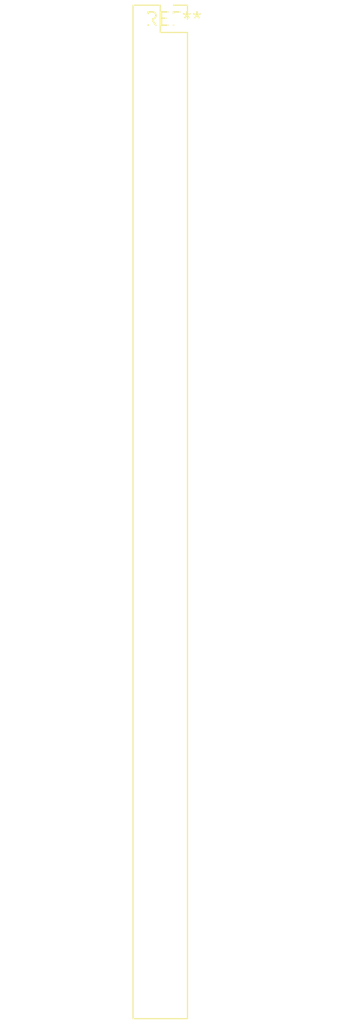
<source format=kicad_pcb>
(kicad_pcb (version 20240108) (generator pcbnew)
  (layers (0 "F.Cu" signal) (31 "B.Cu" signal) (34 "B.Paste" user) (35 "F.Paste" user) (36 "B.SilkS" user "B.Silkscreen") (37 "F.SilkS" user "F.Silkscreen") (38 "B.Mask" user) (39 "F.Mask" user) (44 "Edge.Cuts" user))
  (net 0 "")
  (footprint "PinSocket_2x38_P2.54mm_Vertical" (layer "F.Cu") (at 0 0)
    (property "Reference" "REF**")
    (property "Value" "PinSocket_2x38_P2.54mm_Vertical")
    (fp_line (start -3.87 -1.33) (end -3.87 95.31) (layer "F.SilkS") (stroke (width 0.12)))
    (fp_line (start -3.87 -1.33) (end -1.27 -1.33) (layer "F.SilkS") (stroke (width 0.12)))
    (fp_line (start -3.87 95.31) (end 1.33 95.31) (layer "F.SilkS") (stroke (width 0.12)))
    (fp_line (start -1.27 -1.33) (end -1.27 1.27) (layer "F.SilkS") (stroke (width 0.12)))
    (fp_line (start -1.27 1.27) (end 1.33 1.27) (layer "F.SilkS") (stroke (width 0.12)))
    (fp_line (start 0 -1.33) (end 1.33 -1.33) (layer "F.SilkS") (stroke (width 0.12)))
    (fp_line (start 1.33 -1.33) (end 1.33 0) (layer "F.SilkS") (stroke (width 0.12)))
    (fp_line (start 1.33 1.27) (end 1.33 95.31) (layer "F.SilkS") (stroke (width 0.12)))
    (pad "1" thru_hole rect (at 0 0) (size 1.7 1.7) (drill 1) (layers *.Cu *.Mask) (remove_unused_layers))
    (pad "2" thru_hole oval (at -2.54 0) (size 1.7 1.7) (drill 1) (layers *.Cu *.Mask) (remove_unused_layers))
    (pad "3" thru_hole oval (at 0 2.54) (size 1.7 1.7) (drill 1) (layers *.Cu *.Mask) (remove_unused_layers))
    (pad "4" thru_hole oval (at -2.54 2.54) (size 1.7 1.7) (drill 1) (layers *.Cu *.Mask) (remove_unused_layers))
    (pad "5" thru_hole oval (at 0 5.08) (size 1.7 1.7) (drill 1) (layers *.Cu *.Mask) (remove_unused_layers))
    (pad "6" thru_hole oval (at -2.54 5.08) (size 1.7 1.7) (drill 1) (layers *.Cu *.Mask) (remove_unused_layers))
    (pad "7" thru_hole oval (at 0 7.62) (size 1.7 1.7) (drill 1) (layers *.Cu *.Mask) (remove_unused_layers))
    (pad "8" thru_hole oval (at -2.54 7.62) (size 1.7 1.7) (drill 1) (layers *.Cu *.Mask) (remove_unused_layers))
    (pad "9" thru_hole oval (at 0 10.16) (size 1.7 1.7) (drill 1) (layers *.Cu *.Mask) (remove_unused_layers))
    (pad "10" thru_hole oval (at -2.54 10.16) (size 1.7 1.7) (drill 1) (layers *.Cu *.Mask) (remove_unused_layers))
    (pad "11" thru_hole oval (at 0 12.7) (size 1.7 1.7) (drill 1) (layers *.Cu *.Mask) (remove_unused_layers))
    (pad "12" thru_hole oval (at -2.54 12.7) (size 1.7 1.7) (drill 1) (layers *.Cu *.Mask) (remove_unused_layers))
    (pad "13" thru_hole oval (at 0 15.24) (size 1.7 1.7) (drill 1) (layers *.Cu *.Mask) (remove_unused_layers))
    (pad "14" thru_hole oval (at -2.54 15.24) (size 1.7 1.7) (drill 1) (layers *.Cu *.Mask) (remove_unused_layers))
    (pad "15" thru_hole oval (at 0 17.78) (size 1.7 1.7) (drill 1) (layers *.Cu *.Mask) (remove_unused_layers))
    (pad "16" thru_hole oval (at -2.54 17.78) (size 1.7 1.7) (drill 1) (layers *.Cu *.Mask) (remove_unused_layers))
    (pad "17" thru_hole oval (at 0 20.32) (size 1.7 1.7) (drill 1) (layers *.Cu *.Mask) (remove_unused_layers))
    (pad "18" thru_hole oval (at -2.54 20.32) (size 1.7 1.7) (drill 1) (layers *.Cu *.Mask) (remove_unused_layers))
    (pad "19" thru_hole oval (at 0 22.86) (size 1.7 1.7) (drill 1) (layers *.Cu *.Mask) (remove_unused_layers))
    (pad "20" thru_hole oval (at -2.54 22.86) (size 1.7 1.7) (drill 1) (layers *.Cu *.Mask) (remove_unused_layers))
    (pad "21" thru_hole oval (at 0 25.4) (size 1.7 1.7) (drill 1) (layers *.Cu *.Mask) (remove_unused_layers))
    (pad "22" thru_hole oval (at -2.54 25.4) (size 1.7 1.7) (drill 1) (layers *.Cu *.Mask) (remove_unused_layers))
    (pad "23" thru_hole oval (at 0 27.94) (size 1.7 1.7) (drill 1) (layers *.Cu *.Mask) (remove_unused_layers))
    (pad "24" thru_hole oval (at -2.54 27.94) (size 1.7 1.7) (drill 1) (layers *.Cu *.Mask) (remove_unused_layers))
    (pad "25" thru_hole oval (at 0 30.48) (size 1.7 1.7) (drill 1) (layers *.Cu *.Mask) (remove_unused_layers))
    (pad "26" thru_hole oval (at -2.54 30.48) (size 1.7 1.7) (drill 1) (layers *.Cu *.Mask) (remove_unused_layers))
    (pad "27" thru_hole oval (at 0 33.02) (size 1.7 1.7) (drill 1) (layers *.Cu *.Mask) (remove_unused_layers))
    (pad "28" thru_hole oval (at -2.54 33.02) (size 1.7 1.7) (drill 1) (layers *.Cu *.Mask) (remove_unused_layers))
    (pad "29" thru_hole oval (at 0 35.56) (size 1.7 1.7) (drill 1) (layers *.Cu *.Mask) (remove_unused_layers))
    (pad "30" thru_hole oval (at -2.54 35.56) (size 1.7 1.7) (drill 1) (layers *.Cu *.Mask) (remove_unused_layers))
    (pad "31" thru_hole oval (at 0 38.1) (size 1.7 1.7) (drill 1) (layers *.Cu *.Mask) (remove_unused_layers))
    (pad "32" thru_hole oval (at -2.54 38.1) (size 1.7 1.7) (drill 1) (layers *.Cu *.Mask) (remove_unused_layers))
    (pad "33" thru_hole oval (at 0 40.64) (size 1.7 1.7) (drill 1) (layers *.Cu *.Mask) (remove_unused_layers))
    (pad "34" thru_hole oval (at -2.54 40.64) (size 1.7 1.7) (drill 1) (layers *.Cu *.Mask) (remove_unused_layers))
    (pad "35" thru_hole oval (at 0 43.18) (size 1.7 1.7) (drill 1) (layers *.Cu *.Mask) (remove_unused_layers))
    (pad "36" thru_hole oval (at -2.54 43.18) (size 1.7 1.7) (drill 1) (layers *.Cu *.Mask) (remove_unused_layers))
    (pad "37" thru_hole oval (at 0 45.72) (size 1.7 1.7) (drill 1) (layers *.Cu *.Mask) (remove_unused_layers))
    (pad "38" thru_hole oval (at -2.54 45.72) (size 1.7 1.7) (drill 1) (layers *.Cu *.Mask) (remove_unused_layers))
    (pad "39" thru_hole oval (at 0 48.26) (size 1.7 1.7) (drill 1) (layers *.Cu *.Mask) (remove_unused_layers))
    (pad "40" thru_hole oval (at -2.54 48.26) (size 1.7 1.7) (drill 1) (layers *.Cu *.Mask) (remove_unused_layers))
    (pad "41" thru_hole oval (at 0 50.8) (size 1.7 1.7) (drill 1) (layers *.Cu *.Mask) (remove_unused_layers))
    (pad "42" thru_hole oval (at -2.54 50.8) (size 1.7 1.7) (drill 1) (layers *.Cu *.Mask) (remove_unused_layers))
    (pad "43" thru_hole oval (at 0 53.34) (size 1.7 1.7) (drill 1) (layers *.Cu *.Mask) (remove_unused_layers))
    (pad "44" thru_hole oval (at -2.54 53.34) (size 1.7 1.7) (drill 1) (layers *.Cu *.Mask) (remove_unused_layers))
    (pad "45" thru_hole oval (at 0 55.88) (size 1.7 1.7) (drill 1) (layers *.Cu *.Mask) (remove_unused_layers))
    (pad "46" thru_hole oval (at -2.54 55.88) (size 1.7 1.7) (drill 1) (layers *.Cu *.Mask) (remove_unused_layers))
    (pad "47" thru_hole oval (at 0 58.42) (size 1.7 1.7) (drill 1) (layers *.Cu *.Mask) (remove_unused_layers))
    (pad "48" thru_hole oval (at -2.54 58.42) (size 1.7 1.7) (drill 1) (layers *.Cu *.Mask) (remove_unused_layers))
    (pad "49" thru_hole oval (at 0 60.96) (size 1.7 1.7) (drill 1) (layers *.Cu *.Mask) (remove_unused_layers))
    (pad "50" thru_hole oval (at -2.54 60.96) (size 1.7 1.7) (drill 1) (layers *.Cu *.Mask) (remove_unused_layers))
    (pad "51" thru_hole oval (at 0 63.5) (size 1.7 1.7) (drill 1) (layers *.Cu *.Mask) (remove_unused_layers))
    (pad "52" thru_hole oval (at -2.54 63.5) (size 1.7 1.7) (drill 1) (layers *.Cu *.Mask) (remove_unused_layers))
    (pad "53" thru_hole oval (at 0 66.04) (size 1.7 1.7) (drill 1) (layers *.Cu *.Mask) (remove_unused_layers))
    (pad "54" thru_hole oval (at -2.54 66.04) (size 1.7 1.7) (drill 1) (layers *.Cu *.Mask) (remove_unused_layers))
    (pad "55" thru_hole oval (at 0 68.58) (size 1.7 1.7) (drill 1) (layers *.Cu *.Mask) (remove_unused_layers))
    (pad "56" thru_hole oval (at -2.54 68.58) (size 1.7 1.7) (drill 1) (layers *.Cu *.Mask) (remove_unused_layers))
    (pad "57" thru_hole oval (at 0 71.12) (size 1.7 1.7) (drill 1) (layers *.Cu *.Mask) (remove_unused_layers))
    (pad "58" thru_hole oval (at -2.54 71.12) (size 1.7 1.7) (drill 1) (layers *.Cu *.Mask) (remove_unused_layers))
    (pad "59" thru_hole oval (at 0 73.66) (size 1.7 1.7) (drill 1) (layers *.Cu *.Mask) (remove_unused_layers))
    (pad "60" thru_hole oval (at -2.54 73.66) (size 1.7 1.7) (drill 1) (layers *.Cu *.Mask) (remove_unused_layers))
    (pad "61" thru_hole oval (at 0 76.2) (size 1.7 1.7) (drill 1) (layers *.Cu *.Mask) (remove_unused_layers))
    (pad "62" thru_hole oval (at -2.54 76.2) (size 1.7 1.7) (drill 1) (layers *.Cu *.Mask) (remove_unused_layers))
    (pad "63" thru_hole oval (at 0 78.74) (size 1.7 1.7) (drill 1) (layers *.Cu *.Mask) (remove_unused_layers))
    (pad "64" thru_hole oval (at -2.54 78.74) (size 1.7 1.7) (drill 1) (layers *.Cu *.Mask) (remove_unused_layers))
    (pad "65" thru_hole oval (at 0 81.28) (size 1.7 1.7) (drill 1) (layers *.Cu *.Mask) (remove_unused_layers))
    (pad "66" thru_hole oval (at -2.54 81.28) (size 1.7 1.7) (drill 1) (layers *.Cu *.Mask) (remove_unused_layers))
    (pad "67" thru_hole oval (at 0 83.82) (size 1.7 1.7) (drill 1) (layers *.Cu *.Mask) (remove_unused_layers))
    (pad "68" thru_hole oval (at -2.54 83.82) (size 1.7 1.7) (drill 1) (layers *.Cu *.Mask) (remove_unused_layers))
    (pad "69" thru_hole oval (at 0 86.36) (size 1.7 1.7) (drill 1) (layers *.Cu *.Mask) (remove_unused_layers))
    (pad "70" thru_hole oval (at -2.54 86.36) (size 1.7 1.7) (drill 1) (layers *.Cu *.Mask) (remove_unused_layers))
    (pad "71" thru_hole oval (at 0 88.9) (size 1.7 1.7) (drill 1) (layers *.Cu *.Mask) (remove_unused_layers))
    (pad "72" thru_hole oval (at -2.54 88.9) (size 1.7 1.7) (drill 1) (layers *.Cu *.Mask) (remove_unused_layers))
    (pad "73" thru_hole oval (at 0 91.44) (size 1.7 1.7) (drill 1) (layers *.Cu *.Mask) (remove_unused_layers))
    (pad "74" thru_hole oval (at -2.54 91.44) (size 1.7 1.7) (drill 1) (layers *.Cu *.Mask) (remove_unused_layers))
    (pad "75" thru_hole oval (at 0 93.98) (size 1.7 1.7) (drill 1) (layers *.Cu *.Mask) (remove_unused_layers))
    (pad "76" thru_hole oval (at -2.54 93.98) (size 1.7 1.7) (drill 1) (layers *.Cu *.Mask) (remove_unused_layers))
  )
)
</source>
